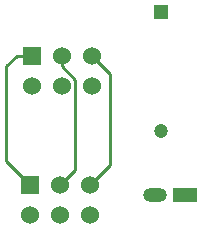
<source format=gtl>
G04 Layer_Physical_Order=1*
G04 Layer_Color=255*
%FSLAX44Y44*%
%MOMM*%
G71*
G01*
G75*
%ADD10C,0.2540*%
%ADD11R,1.2000X1.2000*%
%ADD12C,1.2000*%
%ADD13C,1.5240*%
%ADD14R,1.5240X1.5240*%
%ADD15O,2.0000X1.2000*%
%ADD16R,2.0000X1.2000*%
D10*
X73660Y223520D02*
X86360D01*
X64770Y214630D02*
X73660Y223520D01*
X64770Y134620D02*
Y214630D01*
Y134620D02*
X85090Y114300D01*
X111760Y214284D02*
Y223520D01*
Y214284D02*
X123190Y202854D01*
Y127000D02*
Y202854D01*
X110490Y114300D02*
X123190Y127000D01*
X137160Y223520D02*
X152400Y208280D01*
X135890Y114300D02*
X152400Y130810D01*
Y208280D01*
D11*
X195580Y260020D02*
D03*
D12*
Y160020D02*
D03*
D13*
X86360Y198120D02*
D03*
X111760D02*
D03*
X137160D02*
D03*
X111760Y223520D02*
D03*
X137160D02*
D03*
X85090Y88900D02*
D03*
X110490D02*
D03*
X135890D02*
D03*
X110490Y114300D02*
D03*
X135890D02*
D03*
D14*
X86360Y223520D02*
D03*
X85090Y114300D02*
D03*
D15*
X190900Y105410D02*
D03*
D16*
X215900D02*
D03*
M02*

</source>
